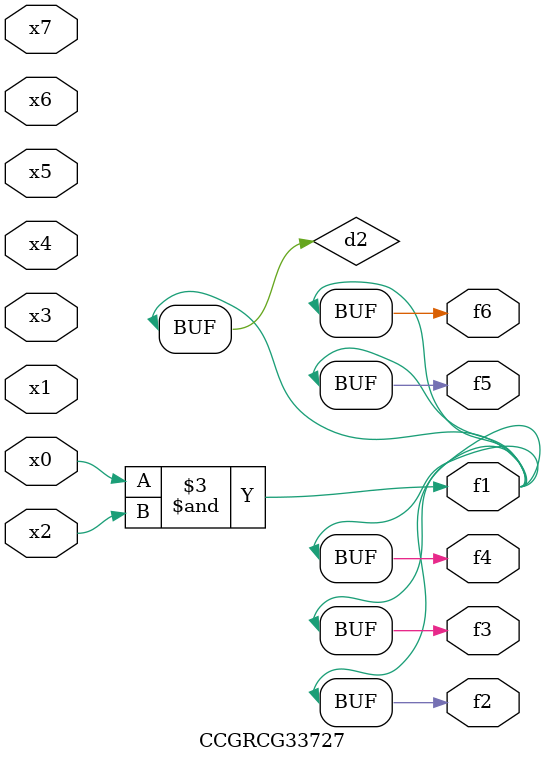
<source format=v>
module CCGRCG33727(
	input x0, x1, x2, x3, x4, x5, x6, x7,
	output f1, f2, f3, f4, f5, f6
);

	wire d1, d2;

	nor (d1, x3, x6);
	and (d2, x0, x2);
	assign f1 = d2;
	assign f2 = d2;
	assign f3 = d2;
	assign f4 = d2;
	assign f5 = d2;
	assign f6 = d2;
endmodule

</source>
